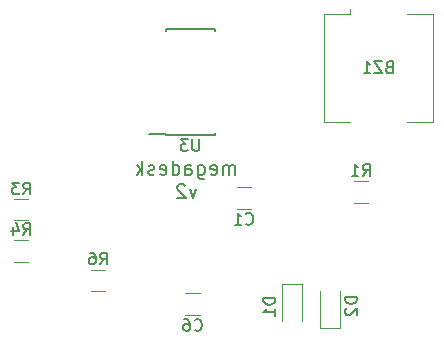
<source format=gbr>
G04 #@! TF.GenerationSoftware,KiCad,Pcbnew,(5.0.1)-rc2*
G04 #@! TF.CreationDate,2018-12-08T16:36:10-05:00*
G04 #@! TF.ProjectId,megadesk,6D6567616465736B2E6B696361645F70,rev?*
G04 #@! TF.SameCoordinates,Original*
G04 #@! TF.FileFunction,Legend,Bot*
G04 #@! TF.FilePolarity,Positive*
%FSLAX46Y46*%
G04 Gerber Fmt 4.6, Leading zero omitted, Abs format (unit mm)*
G04 Created by KiCad (PCBNEW (5.0.1)-rc2) date 2018-12-08 4:36:10 PM*
%MOMM*%
%LPD*%
G01*
G04 APERTURE LIST*
%ADD10C,0.200000*%
%ADD11C,0.150000*%
%ADD12C,0.120000*%
G04 APERTURE END LIST*
D10*
X122317857Y-121642857D02*
X122317857Y-120842857D01*
X122317857Y-120957142D02*
X122260714Y-120900000D01*
X122146428Y-120842857D01*
X121975000Y-120842857D01*
X121860714Y-120900000D01*
X121803571Y-121014285D01*
X121803571Y-121642857D01*
X121803571Y-121014285D02*
X121746428Y-120900000D01*
X121632142Y-120842857D01*
X121460714Y-120842857D01*
X121346428Y-120900000D01*
X121289285Y-121014285D01*
X121289285Y-121642857D01*
X120260714Y-121585714D02*
X120375000Y-121642857D01*
X120603571Y-121642857D01*
X120717857Y-121585714D01*
X120775000Y-121471428D01*
X120775000Y-121014285D01*
X120717857Y-120900000D01*
X120603571Y-120842857D01*
X120375000Y-120842857D01*
X120260714Y-120900000D01*
X120203571Y-121014285D01*
X120203571Y-121128571D01*
X120775000Y-121242857D01*
X119175000Y-120842857D02*
X119175000Y-121814285D01*
X119232142Y-121928571D01*
X119289285Y-121985714D01*
X119403571Y-122042857D01*
X119575000Y-122042857D01*
X119689285Y-121985714D01*
X119175000Y-121585714D02*
X119289285Y-121642857D01*
X119517857Y-121642857D01*
X119632142Y-121585714D01*
X119689285Y-121528571D01*
X119746428Y-121414285D01*
X119746428Y-121071428D01*
X119689285Y-120957142D01*
X119632142Y-120900000D01*
X119517857Y-120842857D01*
X119289285Y-120842857D01*
X119175000Y-120900000D01*
X118089285Y-121642857D02*
X118089285Y-121014285D01*
X118146428Y-120900000D01*
X118260714Y-120842857D01*
X118489285Y-120842857D01*
X118603571Y-120900000D01*
X118089285Y-121585714D02*
X118203571Y-121642857D01*
X118489285Y-121642857D01*
X118603571Y-121585714D01*
X118660714Y-121471428D01*
X118660714Y-121357142D01*
X118603571Y-121242857D01*
X118489285Y-121185714D01*
X118203571Y-121185714D01*
X118089285Y-121128571D01*
X117003571Y-121642857D02*
X117003571Y-120442857D01*
X117003571Y-121585714D02*
X117117857Y-121642857D01*
X117346428Y-121642857D01*
X117460714Y-121585714D01*
X117517857Y-121528571D01*
X117575000Y-121414285D01*
X117575000Y-121071428D01*
X117517857Y-120957142D01*
X117460714Y-120900000D01*
X117346428Y-120842857D01*
X117117857Y-120842857D01*
X117003571Y-120900000D01*
X115975000Y-121585714D02*
X116089285Y-121642857D01*
X116317857Y-121642857D01*
X116432142Y-121585714D01*
X116489285Y-121471428D01*
X116489285Y-121014285D01*
X116432142Y-120900000D01*
X116317857Y-120842857D01*
X116089285Y-120842857D01*
X115975000Y-120900000D01*
X115917857Y-121014285D01*
X115917857Y-121128571D01*
X116489285Y-121242857D01*
X115460714Y-121585714D02*
X115346428Y-121642857D01*
X115117857Y-121642857D01*
X115003571Y-121585714D01*
X114946428Y-121471428D01*
X114946428Y-121414285D01*
X115003571Y-121300000D01*
X115117857Y-121242857D01*
X115289285Y-121242857D01*
X115403571Y-121185714D01*
X115460714Y-121071428D01*
X115460714Y-121014285D01*
X115403571Y-120900000D01*
X115289285Y-120842857D01*
X115117857Y-120842857D01*
X115003571Y-120900000D01*
X114432142Y-121642857D02*
X114432142Y-120442857D01*
X114317857Y-121185714D02*
X113975000Y-121642857D01*
X113975000Y-120842857D02*
X114432142Y-121300000D01*
X119032142Y-122842857D02*
X118746428Y-123642857D01*
X118460714Y-122842857D01*
X118060714Y-122557142D02*
X118003571Y-122500000D01*
X117889285Y-122442857D01*
X117603571Y-122442857D01*
X117489285Y-122500000D01*
X117432142Y-122557142D01*
X117375000Y-122671428D01*
X117375000Y-122785714D01*
X117432142Y-122957142D01*
X118117857Y-123642857D01*
X117375000Y-123642857D01*
D11*
G04 #@! TO.C,U3*
X116425000Y-118240000D02*
X116425000Y-118215000D01*
X120575000Y-118240000D02*
X120575000Y-118125000D01*
X120575000Y-109340000D02*
X120575000Y-109455000D01*
X116425000Y-109340000D02*
X116425000Y-109455000D01*
X116425000Y-118240000D02*
X120575000Y-118240000D01*
X116425000Y-109340000D02*
X120575000Y-109340000D01*
X116425000Y-118215000D02*
X115050000Y-118215000D01*
D12*
G04 #@! TO.C,D2*
X131150000Y-134650000D02*
X129450000Y-134650000D01*
X129450000Y-134650000D02*
X129450000Y-131500000D01*
X131150000Y-134650000D02*
X131150000Y-131500000D01*
G04 #@! TO.C,D1*
X126250000Y-130900000D02*
X127950000Y-130900000D01*
X127950000Y-130900000D02*
X127950000Y-134050000D01*
X126250000Y-130900000D02*
X126250000Y-134050000D01*
G04 #@! TO.C,BZ1*
X129850000Y-108000000D02*
X129850000Y-117200000D01*
X129850000Y-117200000D02*
X132050000Y-117200000D01*
X139050000Y-117200000D02*
X139050000Y-108000000D01*
X136850000Y-117200000D02*
X139050000Y-117200000D01*
X136850000Y-108000000D02*
X139050000Y-108000000D01*
X129850000Y-108000000D02*
X132050000Y-108000000D01*
X132050000Y-108000000D02*
X132050000Y-107600000D01*
G04 #@! TO.C,C1*
X122447936Y-124510000D02*
X123652064Y-124510000D01*
X122447936Y-122690000D02*
X123652064Y-122690000D01*
G04 #@! TO.C,C6*
X118097936Y-133510000D02*
X119302064Y-133510000D01*
X118097936Y-131690000D02*
X119302064Y-131690000D01*
G04 #@! TO.C,R1*
X133552064Y-122190000D02*
X132347936Y-122190000D01*
X133552064Y-124010000D02*
X132347936Y-124010000D01*
G04 #@! TO.C,R3*
X103597936Y-125510000D02*
X104802064Y-125510000D01*
X103597936Y-123690000D02*
X104802064Y-123690000D01*
G04 #@! TO.C,R4*
X104802064Y-129010000D02*
X103597936Y-129010000D01*
X104802064Y-127190000D02*
X103597936Y-127190000D01*
G04 #@! TO.C,R6*
X111302064Y-129690000D02*
X110097936Y-129690000D01*
X111302064Y-131510000D02*
X110097936Y-131510000D01*
G04 #@! TO.C,U3*
D11*
X119261904Y-118617380D02*
X119261904Y-119426904D01*
X119214285Y-119522142D01*
X119166666Y-119569761D01*
X119071428Y-119617380D01*
X118880952Y-119617380D01*
X118785714Y-119569761D01*
X118738095Y-119522142D01*
X118690476Y-119426904D01*
X118690476Y-118617380D01*
X118309523Y-118617380D02*
X117690476Y-118617380D01*
X118023809Y-118998333D01*
X117880952Y-118998333D01*
X117785714Y-119045952D01*
X117738095Y-119093571D01*
X117690476Y-119188809D01*
X117690476Y-119426904D01*
X117738095Y-119522142D01*
X117785714Y-119569761D01*
X117880952Y-119617380D01*
X118166666Y-119617380D01*
X118261904Y-119569761D01*
X118309523Y-119522142D01*
G04 #@! TO.C,D2*
X132602380Y-132011904D02*
X131602380Y-132011904D01*
X131602380Y-132250000D01*
X131650000Y-132392857D01*
X131745238Y-132488095D01*
X131840476Y-132535714D01*
X132030952Y-132583333D01*
X132173809Y-132583333D01*
X132364285Y-132535714D01*
X132459523Y-132488095D01*
X132554761Y-132392857D01*
X132602380Y-132250000D01*
X132602380Y-132011904D01*
X131697619Y-132964285D02*
X131650000Y-133011904D01*
X131602380Y-133107142D01*
X131602380Y-133345238D01*
X131650000Y-133440476D01*
X131697619Y-133488095D01*
X131792857Y-133535714D01*
X131888095Y-133535714D01*
X132030952Y-133488095D01*
X132602380Y-132916666D01*
X132602380Y-133535714D01*
G04 #@! TO.C,D1*
X125702380Y-132061904D02*
X124702380Y-132061904D01*
X124702380Y-132300000D01*
X124750000Y-132442857D01*
X124845238Y-132538095D01*
X124940476Y-132585714D01*
X125130952Y-132633333D01*
X125273809Y-132633333D01*
X125464285Y-132585714D01*
X125559523Y-132538095D01*
X125654761Y-132442857D01*
X125702380Y-132300000D01*
X125702380Y-132061904D01*
X125702380Y-133585714D02*
X125702380Y-133014285D01*
X125702380Y-133300000D02*
X124702380Y-133300000D01*
X124845238Y-133204761D01*
X124940476Y-133109523D01*
X124988095Y-133014285D01*
G04 #@! TO.C,BZ1*
X135330952Y-112528571D02*
X135188095Y-112576190D01*
X135140476Y-112623809D01*
X135092857Y-112719047D01*
X135092857Y-112861904D01*
X135140476Y-112957142D01*
X135188095Y-113004761D01*
X135283333Y-113052380D01*
X135664285Y-113052380D01*
X135664285Y-112052380D01*
X135330952Y-112052380D01*
X135235714Y-112100000D01*
X135188095Y-112147619D01*
X135140476Y-112242857D01*
X135140476Y-112338095D01*
X135188095Y-112433333D01*
X135235714Y-112480952D01*
X135330952Y-112528571D01*
X135664285Y-112528571D01*
X134759523Y-112052380D02*
X134092857Y-112052380D01*
X134759523Y-113052380D01*
X134092857Y-113052380D01*
X133188095Y-113052380D02*
X133759523Y-113052380D01*
X133473809Y-113052380D02*
X133473809Y-112052380D01*
X133569047Y-112195238D01*
X133664285Y-112290476D01*
X133759523Y-112338095D01*
G04 #@! TO.C,C1*
X123216666Y-125777142D02*
X123264285Y-125824761D01*
X123407142Y-125872380D01*
X123502380Y-125872380D01*
X123645238Y-125824761D01*
X123740476Y-125729523D01*
X123788095Y-125634285D01*
X123835714Y-125443809D01*
X123835714Y-125300952D01*
X123788095Y-125110476D01*
X123740476Y-125015238D01*
X123645238Y-124920000D01*
X123502380Y-124872380D01*
X123407142Y-124872380D01*
X123264285Y-124920000D01*
X123216666Y-124967619D01*
X122264285Y-125872380D02*
X122835714Y-125872380D01*
X122550000Y-125872380D02*
X122550000Y-124872380D01*
X122645238Y-125015238D01*
X122740476Y-125110476D01*
X122835714Y-125158095D01*
G04 #@! TO.C,C6*
X118866666Y-134777142D02*
X118914285Y-134824761D01*
X119057142Y-134872380D01*
X119152380Y-134872380D01*
X119295238Y-134824761D01*
X119390476Y-134729523D01*
X119438095Y-134634285D01*
X119485714Y-134443809D01*
X119485714Y-134300952D01*
X119438095Y-134110476D01*
X119390476Y-134015238D01*
X119295238Y-133920000D01*
X119152380Y-133872380D01*
X119057142Y-133872380D01*
X118914285Y-133920000D01*
X118866666Y-133967619D01*
X118009523Y-133872380D02*
X118200000Y-133872380D01*
X118295238Y-133920000D01*
X118342857Y-133967619D01*
X118438095Y-134110476D01*
X118485714Y-134300952D01*
X118485714Y-134681904D01*
X118438095Y-134777142D01*
X118390476Y-134824761D01*
X118295238Y-134872380D01*
X118104761Y-134872380D01*
X118009523Y-134824761D01*
X117961904Y-134777142D01*
X117914285Y-134681904D01*
X117914285Y-134443809D01*
X117961904Y-134348571D01*
X118009523Y-134300952D01*
X118104761Y-134253333D01*
X118295238Y-134253333D01*
X118390476Y-134300952D01*
X118438095Y-134348571D01*
X118485714Y-134443809D01*
G04 #@! TO.C,R1*
X133116666Y-121732380D02*
X133450000Y-121256190D01*
X133688095Y-121732380D02*
X133688095Y-120732380D01*
X133307142Y-120732380D01*
X133211904Y-120780000D01*
X133164285Y-120827619D01*
X133116666Y-120922857D01*
X133116666Y-121065714D01*
X133164285Y-121160952D01*
X133211904Y-121208571D01*
X133307142Y-121256190D01*
X133688095Y-121256190D01*
X132164285Y-121732380D02*
X132735714Y-121732380D01*
X132450000Y-121732380D02*
X132450000Y-120732380D01*
X132545238Y-120875238D01*
X132640476Y-120970476D01*
X132735714Y-121018095D01*
G04 #@! TO.C,R3*
X104366666Y-123302380D02*
X104700000Y-122826190D01*
X104938095Y-123302380D02*
X104938095Y-122302380D01*
X104557142Y-122302380D01*
X104461904Y-122350000D01*
X104414285Y-122397619D01*
X104366666Y-122492857D01*
X104366666Y-122635714D01*
X104414285Y-122730952D01*
X104461904Y-122778571D01*
X104557142Y-122826190D01*
X104938095Y-122826190D01*
X104033333Y-122302380D02*
X103414285Y-122302380D01*
X103747619Y-122683333D01*
X103604761Y-122683333D01*
X103509523Y-122730952D01*
X103461904Y-122778571D01*
X103414285Y-122873809D01*
X103414285Y-123111904D01*
X103461904Y-123207142D01*
X103509523Y-123254761D01*
X103604761Y-123302380D01*
X103890476Y-123302380D01*
X103985714Y-123254761D01*
X104033333Y-123207142D01*
G04 #@! TO.C,R4*
X104366666Y-126732380D02*
X104700000Y-126256190D01*
X104938095Y-126732380D02*
X104938095Y-125732380D01*
X104557142Y-125732380D01*
X104461904Y-125780000D01*
X104414285Y-125827619D01*
X104366666Y-125922857D01*
X104366666Y-126065714D01*
X104414285Y-126160952D01*
X104461904Y-126208571D01*
X104557142Y-126256190D01*
X104938095Y-126256190D01*
X103509523Y-126065714D02*
X103509523Y-126732380D01*
X103747619Y-125684761D02*
X103985714Y-126399047D01*
X103366666Y-126399047D01*
G04 #@! TO.C,R6*
X110866666Y-129232380D02*
X111200000Y-128756190D01*
X111438095Y-129232380D02*
X111438095Y-128232380D01*
X111057142Y-128232380D01*
X110961904Y-128280000D01*
X110914285Y-128327619D01*
X110866666Y-128422857D01*
X110866666Y-128565714D01*
X110914285Y-128660952D01*
X110961904Y-128708571D01*
X111057142Y-128756190D01*
X111438095Y-128756190D01*
X110009523Y-128232380D02*
X110200000Y-128232380D01*
X110295238Y-128280000D01*
X110342857Y-128327619D01*
X110438095Y-128470476D01*
X110485714Y-128660952D01*
X110485714Y-129041904D01*
X110438095Y-129137142D01*
X110390476Y-129184761D01*
X110295238Y-129232380D01*
X110104761Y-129232380D01*
X110009523Y-129184761D01*
X109961904Y-129137142D01*
X109914285Y-129041904D01*
X109914285Y-128803809D01*
X109961904Y-128708571D01*
X110009523Y-128660952D01*
X110104761Y-128613333D01*
X110295238Y-128613333D01*
X110390476Y-128660952D01*
X110438095Y-128708571D01*
X110485714Y-128803809D01*
G04 #@! TD*
M02*

</source>
